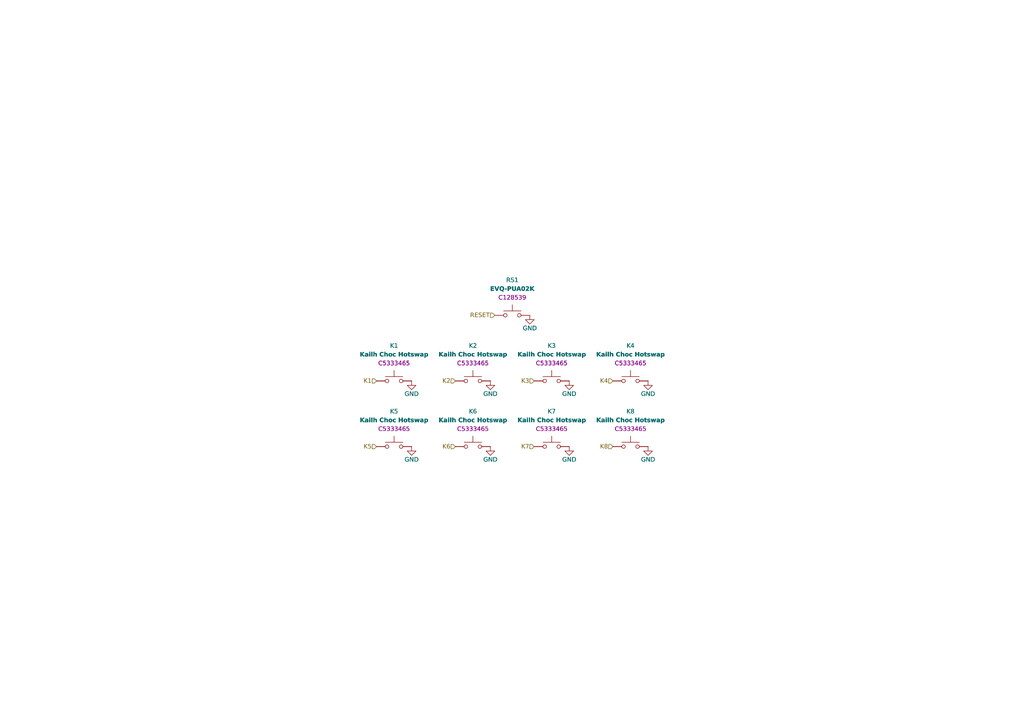
<source format=kicad_sch>
(kicad_sch
	(version 20231120)
	(generator "eeschema")
	(generator_version "8.0")
	(uuid "b0a32caa-9ce9-4357-8959-92c5af68a807")
	(paper "A4")
	(title_block
		(title "Artsey Ergo")
		(date "2024-12-07")
		(rev "v1.0.0")
		(company "TMShader")
		(comment 9 "Artsey Ergo")
	)
	(lib_symbols
		(symbol "Switch:SW_Push"
			(pin_numbers hide)
			(pin_names
				(offset 1.016) hide)
			(exclude_from_sim no)
			(in_bom yes)
			(on_board yes)
			(property "Reference" "SW"
				(at 1.27 2.54 0)
				(effects
					(font
						(size 1.27 1.27)
					)
					(justify left)
				)
			)
			(property "Value" "SW_Push"
				(at 0 -1.524 0)
				(effects
					(font
						(size 1.27 1.27)
					)
				)
			)
			(property "Footprint" ""
				(at 0 5.08 0)
				(effects
					(font
						(size 1.27 1.27)
					)
					(hide yes)
				)
			)
			(property "Datasheet" "~"
				(at 0 5.08 0)
				(effects
					(font
						(size 1.27 1.27)
					)
					(hide yes)
				)
			)
			(property "Description" "Push button switch, generic, two pins"
				(at 0 0 0)
				(effects
					(font
						(size 1.27 1.27)
					)
					(hide yes)
				)
			)
			(property "ki_keywords" "switch normally-open pushbutton push-button"
				(at 0 0 0)
				(effects
					(font
						(size 1.27 1.27)
					)
					(hide yes)
				)
			)
			(symbol "SW_Push_0_1"
				(circle
					(center -2.032 0)
					(radius 0.508)
					(stroke
						(width 0)
						(type default)
					)
					(fill
						(type none)
					)
				)
				(polyline
					(pts
						(xy 0 1.27) (xy 0 3.048)
					)
					(stroke
						(width 0)
						(type default)
					)
					(fill
						(type none)
					)
				)
				(polyline
					(pts
						(xy 2.54 1.27) (xy -2.54 1.27)
					)
					(stroke
						(width 0)
						(type default)
					)
					(fill
						(type none)
					)
				)
				(circle
					(center 2.032 0)
					(radius 0.508)
					(stroke
						(width 0)
						(type default)
					)
					(fill
						(type none)
					)
				)
				(pin passive line
					(at -5.08 0 0)
					(length 2.54)
					(name "1"
						(effects
							(font
								(size 1.27 1.27)
							)
						)
					)
					(number "1"
						(effects
							(font
								(size 1.27 1.27)
							)
						)
					)
				)
				(pin passive line
					(at 5.08 0 180)
					(length 2.54)
					(name "2"
						(effects
							(font
								(size 1.27 1.27)
							)
						)
					)
					(number "2"
						(effects
							(font
								(size 1.27 1.27)
							)
						)
					)
				)
			)
		)
		(symbol "power:GND"
			(power)
			(pin_numbers hide)
			(pin_names
				(offset 0) hide)
			(exclude_from_sim no)
			(in_bom yes)
			(on_board yes)
			(property "Reference" "#PWR"
				(at 0 -6.35 0)
				(effects
					(font
						(size 1.27 1.27)
					)
					(hide yes)
				)
			)
			(property "Value" "GND"
				(at 0 -3.81 0)
				(effects
					(font
						(size 1.27 1.27)
					)
				)
			)
			(property "Footprint" ""
				(at 0 0 0)
				(effects
					(font
						(size 1.27 1.27)
					)
					(hide yes)
				)
			)
			(property "Datasheet" ""
				(at 0 0 0)
				(effects
					(font
						(size 1.27 1.27)
					)
					(hide yes)
				)
			)
			(property "Description" "Power symbol creates a global label with name \"GND\" , ground"
				(at 0 0 0)
				(effects
					(font
						(size 1.27 1.27)
					)
					(hide yes)
				)
			)
			(property "ki_keywords" "global power"
				(at 0 0 0)
				(effects
					(font
						(size 1.27 1.27)
					)
					(hide yes)
				)
			)
			(symbol "GND_0_1"
				(polyline
					(pts
						(xy 0 0) (xy 0 -1.27) (xy 1.27 -1.27) (xy 0 -2.54) (xy -1.27 -1.27) (xy 0 -1.27)
					)
					(stroke
						(width 0)
						(type default)
					)
					(fill
						(type none)
					)
				)
			)
			(symbol "GND_1_1"
				(pin power_in line
					(at 0 0 270)
					(length 0)
					(name "~"
						(effects
							(font
								(size 1.27 1.27)
							)
						)
					)
					(number "1"
						(effects
							(font
								(size 1.27 1.27)
							)
						)
					)
				)
			)
		)
	)
	(text "${SHEETNAME}\n"
		(exclude_from_sim no)
		(at 19.05 25.4 0)
		(effects
			(font
				(face "Lexend")
				(size 8 8)
				(thickness 1.6256)
				(bold yes)
			)
			(justify left top)
		)
		(uuid "08ae3c18-949a-4ebe-aa08-95a2ab2a76ce")
	)
	(hierarchical_label "K6"
		(shape input)
		(at 132.08 129.54 180)
		(fields_autoplaced yes)
		(effects
			(font
				(face "Lexend")
				(size 1.27 1.27)
			)
			(justify right)
		)
		(uuid "09762036-8481-4d0f-ae91-c4fc025fc0f0")
	)
	(hierarchical_label "RESET"
		(shape input)
		(at 143.51 91.44 180)
		(fields_autoplaced yes)
		(effects
			(font
				(face "Lexend")
				(size 1.27 1.27)
			)
			(justify right)
		)
		(uuid "24752073-d9b1-4fa4-8300-b6ea4b005f11")
	)
	(hierarchical_label "K2"
		(shape input)
		(at 132.08 110.49 180)
		(fields_autoplaced yes)
		(effects
			(font
				(face "Lexend")
				(size 1.27 1.27)
			)
			(justify right)
		)
		(uuid "255b586f-dea3-40c0-b9f6-ae78f560901b")
	)
	(hierarchical_label "K3"
		(shape input)
		(at 154.94 110.49 180)
		(fields_autoplaced yes)
		(effects
			(font
				(face "Lexend")
				(size 1.27 1.27)
			)
			(justify right)
		)
		(uuid "31f4e4bc-2880-4295-b424-5ed28baa41c8")
	)
	(hierarchical_label "K1"
		(shape input)
		(at 109.22 110.49 180)
		(fields_autoplaced yes)
		(effects
			(font
				(face "Lexend")
				(size 1.27 1.27)
			)
			(justify right)
		)
		(uuid "32c11ed1-1595-45c7-95b2-78ba83be35cd")
	)
	(hierarchical_label "K7"
		(shape input)
		(at 154.94 129.54 180)
		(fields_autoplaced yes)
		(effects
			(font
				(face "Lexend")
				(size 1.27 1.27)
			)
			(justify right)
		)
		(uuid "6d5982a5-79c6-4969-959b-72b79e77f781")
	)
	(hierarchical_label "K5"
		(shape input)
		(at 109.22 129.54 180)
		(fields_autoplaced yes)
		(effects
			(font
				(face "Lexend")
				(size 1.27 1.27)
			)
			(justify right)
		)
		(uuid "73ad78da-a864-4e36-ac57-09341418f655")
	)
	(hierarchical_label "K4"
		(shape input)
		(at 177.8 110.49 180)
		(fields_autoplaced yes)
		(effects
			(font
				(face "Lexend")
				(size 1.27 1.27)
			)
			(justify right)
		)
		(uuid "ae1505cd-2add-4f79-a876-9787967a7458")
	)
	(hierarchical_label "K8"
		(shape input)
		(at 177.8 129.54 180)
		(fields_autoplaced yes)
		(effects
			(font
				(face "Lexend")
				(size 1.27 1.27)
			)
			(justify right)
		)
		(uuid "f000731b-1f12-495c-ad45-c154dc093f45")
	)
	(symbol
		(lib_id "power:GND")
		(at 153.67 91.44 0)
		(unit 1)
		(exclude_from_sim no)
		(in_bom yes)
		(on_board yes)
		(dnp no)
		(uuid "01b8d769-0ca1-473b-a255-8bb8da7ef46b")
		(property "Reference" "#PWR014"
			(at 153.67 97.79 0)
			(effects
				(font
					(size 1.27 1.27)
				)
				(hide yes)
			)
		)
		(property "Value" "GND"
			(at 153.67 95.25 0)
			(effects
				(font
					(face "Lexend")
					(size 1.27 1.27)
				)
			)
		)
		(property "Footprint" ""
			(at 153.67 91.44 0)
			(effects
				(font
					(size 1.27 1.27)
				)
				(hide yes)
			)
		)
		(property "Datasheet" ""
			(at 153.67 91.44 0)
			(effects
				(font
					(size 1.27 1.27)
				)
				(hide yes)
			)
		)
		(property "Description" "Power symbol creates a global label with name \"GND\" , ground"
			(at 153.67 91.44 0)
			(effects
				(font
					(size 1.27 1.27)
				)
				(hide yes)
			)
		)
		(pin "1"
			(uuid "ba10a9d2-2eb0-4807-ac82-02fe1026b9b1")
		)
		(instances
			(project "artsey_ergo"
				(path "/b0cc1372-dd77-4c7b-80f4-446de8540008/24081743-b7db-4273-9c5a-be72845f7f51/ee543acd-84c4-48b0-9de4-fe263104bc88"
					(reference "#PWR014")
					(unit 1)
				)
			)
		)
	)
	(symbol
		(lib_id "Switch:SW_Push")
		(at 182.88 129.54 0)
		(unit 1)
		(exclude_from_sim no)
		(in_bom yes)
		(on_board yes)
		(dnp no)
		(uuid "11660465-2a5c-49bd-a877-589a047ab99f")
		(property "Reference" "K8"
			(at 182.88 119.38 0)
			(effects
				(font
					(face "Lexend")
					(size 1.27 1.27)
				)
			)
		)
		(property "Value" "Kailh Choc Hotswap"
			(at 182.88 121.92 0)
			(effects
				(font
					(face "Lexend")
					(size 1.27 1.27)
					(thickness 0.254)
					(bold yes)
				)
			)
		)
		(property "Footprint" "Artsey_Ergo:switch_choc_v1_v2"
			(at 182.88 124.46 0)
			(effects
				(font
					(size 1.27 1.27)
				)
				(hide yes)
			)
		)
		(property "Datasheet" "~"
			(at 182.88 124.46 0)
			(effects
				(font
					(size 1.27 1.27)
				)
				(hide yes)
			)
		)
		(property "Description" "Push button switch, generic, two pins"
			(at 182.88 129.54 0)
			(effects
				(font
					(size 1.27 1.27)
				)
				(hide yes)
			)
		)
		(property "LCSC" "C5333465"
			(at 182.88 124.46 0)
			(effects
				(font
					(face "Lexend")
					(size 1.27 1.27)
				)
			)
		)
		(pin "2"
			(uuid "146e583a-6add-4a2e-b251-1bad4bc3602d")
		)
		(pin "1"
			(uuid "6e274ffd-e2ee-416f-81af-1d6ed015dea3")
		)
		(instances
			(project "artsey_ergo"
				(path "/b0cc1372-dd77-4c7b-80f4-446de8540008/24081743-b7db-4273-9c5a-be72845f7f51/ee543acd-84c4-48b0-9de4-fe263104bc88"
					(reference "K8")
					(unit 1)
				)
			)
		)
	)
	(symbol
		(lib_id "Switch:SW_Push")
		(at 114.3 129.54 0)
		(unit 1)
		(exclude_from_sim no)
		(in_bom yes)
		(on_board yes)
		(dnp no)
		(uuid "2805dc91-0611-464a-bdae-bd366fec79a2")
		(property "Reference" "K5"
			(at 114.3 119.38 0)
			(effects
				(font
					(face "Lexend")
					(size 1.27 1.27)
				)
			)
		)
		(property "Value" "Kailh Choc Hotswap"
			(at 114.3 121.92 0)
			(effects
				(font
					(face "Lexend")
					(size 1.27 1.27)
					(thickness 0.254)
					(bold yes)
				)
			)
		)
		(property "Footprint" "Artsey_Ergo:switch_choc_v1_v2"
			(at 114.3 124.46 0)
			(effects
				(font
					(size 1.27 1.27)
				)
				(hide yes)
			)
		)
		(property "Datasheet" "~"
			(at 114.3 124.46 0)
			(effects
				(font
					(size 1.27 1.27)
				)
				(hide yes)
			)
		)
		(property "Description" "Push button switch, generic, two pins"
			(at 114.3 129.54 0)
			(effects
				(font
					(size 1.27 1.27)
				)
				(hide yes)
			)
		)
		(property "LCSC" "C5333465"
			(at 114.3 124.46 0)
			(effects
				(font
					(face "Lexend")
					(size 1.27 1.27)
				)
			)
		)
		(pin "2"
			(uuid "1dc7b5eb-5391-46b5-b48e-45aba0aa8cca")
		)
		(pin "1"
			(uuid "ae07f9f8-d63a-4432-aca8-00d3816f24b8")
		)
		(instances
			(project "artsey_ergo"
				(path "/b0cc1372-dd77-4c7b-80f4-446de8540008/24081743-b7db-4273-9c5a-be72845f7f51/ee543acd-84c4-48b0-9de4-fe263104bc88"
					(reference "K5")
					(unit 1)
				)
			)
		)
	)
	(symbol
		(lib_id "Switch:SW_Push")
		(at 160.02 129.54 0)
		(unit 1)
		(exclude_from_sim no)
		(in_bom yes)
		(on_board yes)
		(dnp no)
		(uuid "2dd55922-79d2-4683-9d82-0f79891cbd94")
		(property "Reference" "K7"
			(at 160.02 119.38 0)
			(effects
				(font
					(face "Lexend")
					(size 1.27 1.27)
				)
			)
		)
		(property "Value" "Kailh Choc Hotswap"
			(at 160.02 121.92 0)
			(effects
				(font
					(face "Lexend")
					(size 1.27 1.27)
					(thickness 0.254)
					(bold yes)
				)
			)
		)
		(property "Footprint" "Artsey_Ergo:switch_choc_v1_v2"
			(at 160.02 124.46 0)
			(effects
				(font
					(size 1.27 1.27)
				)
				(hide yes)
			)
		)
		(property "Datasheet" "~"
			(at 160.02 124.46 0)
			(effects
				(font
					(size 1.27 1.27)
				)
				(hide yes)
			)
		)
		(property "Description" "Push button switch, generic, two pins"
			(at 160.02 129.54 0)
			(effects
				(font
					(size 1.27 1.27)
				)
				(hide yes)
			)
		)
		(property "LCSC" "C5333465"
			(at 160.02 124.46 0)
			(effects
				(font
					(face "Lexend")
					(size 1.27 1.27)
				)
			)
		)
		(pin "2"
			(uuid "f55e2cea-2023-4b76-b145-11c7ece27fa6")
		)
		(pin "1"
			(uuid "c4aea786-7e60-4c2b-abb7-f6ae112797c1")
		)
		(instances
			(project "artsey_ergo"
				(path "/b0cc1372-dd77-4c7b-80f4-446de8540008/24081743-b7db-4273-9c5a-be72845f7f51/ee543acd-84c4-48b0-9de4-fe263104bc88"
					(reference "K7")
					(unit 1)
				)
			)
		)
	)
	(symbol
		(lib_id "power:GND")
		(at 142.24 129.54 0)
		(unit 1)
		(exclude_from_sim no)
		(in_bom yes)
		(on_board yes)
		(dnp no)
		(uuid "3f58aea0-a218-42d9-b407-03e6a9f0a987")
		(property "Reference" "#PWR07"
			(at 142.24 135.89 0)
			(effects
				(font
					(size 1.27 1.27)
				)
				(hide yes)
			)
		)
		(property "Value" "GND"
			(at 142.24 133.35 0)
			(effects
				(font
					(face "Lexend")
					(size 1.27 1.27)
				)
			)
		)
		(property "Footprint" ""
			(at 142.24 129.54 0)
			(effects
				(font
					(size 1.27 1.27)
				)
				(hide yes)
			)
		)
		(property "Datasheet" ""
			(at 142.24 129.54 0)
			(effects
				(font
					(size 1.27 1.27)
				)
				(hide yes)
			)
		)
		(property "Description" "Power symbol creates a global label with name \"GND\" , ground"
			(at 142.24 129.54 0)
			(effects
				(font
					(size 1.27 1.27)
				)
				(hide yes)
			)
		)
		(pin "1"
			(uuid "94b5cf57-6efd-48aa-aa27-0e798f203529")
		)
		(instances
			(project "artsey_ergo"
				(path "/b0cc1372-dd77-4c7b-80f4-446de8540008/24081743-b7db-4273-9c5a-be72845f7f51/ee543acd-84c4-48b0-9de4-fe263104bc88"
					(reference "#PWR07")
					(unit 1)
				)
			)
		)
	)
	(symbol
		(lib_id "Switch:SW_Push")
		(at 148.59 91.44 0)
		(unit 1)
		(exclude_from_sim no)
		(in_bom yes)
		(on_board yes)
		(dnp no)
		(uuid "48e4a0a8-832b-4ece-be00-0b512a84dfa0")
		(property "Reference" "RS1"
			(at 148.59 81.28 0)
			(effects
				(font
					(face "Lexend")
					(size 1.27 1.27)
				)
			)
		)
		(property "Value" "EVQ-PUA02K"
			(at 148.59 83.82 0)
			(effects
				(font
					(face "Lexend")
					(size 1.27 1.27)
					(thickness 0.254)
					(bold yes)
				)
			)
		)
		(property "Footprint" "Artsey_Ergo:reset_switch_smd_side"
			(at 148.59 86.36 0)
			(effects
				(font
					(size 1.27 1.27)
				)
				(hide yes)
			)
		)
		(property "Datasheet" "~"
			(at 148.59 86.36 0)
			(effects
				(font
					(size 1.27 1.27)
				)
				(hide yes)
			)
		)
		(property "Description" "Push button switch, generic, two pins"
			(at 148.59 91.44 0)
			(effects
				(font
					(size 1.27 1.27)
				)
				(hide yes)
			)
		)
		(property "LCSC" "C128539"
			(at 148.59 86.36 0)
			(effects
				(font
					(face "Lexend")
					(size 1.27 1.27)
				)
			)
		)
		(pin "2"
			(uuid "e94d9fbc-c533-4182-a5d2-5c8cd355e324")
		)
		(pin "1"
			(uuid "e7a8c5d7-df5b-48b3-be5a-1eff38dbd864")
		)
		(instances
			(project "artsey_ergo"
				(path "/b0cc1372-dd77-4c7b-80f4-446de8540008/24081743-b7db-4273-9c5a-be72845f7f51/ee543acd-84c4-48b0-9de4-fe263104bc88"
					(reference "RS1")
					(unit 1)
				)
			)
		)
	)
	(symbol
		(lib_id "Switch:SW_Push")
		(at 137.16 110.49 0)
		(unit 1)
		(exclude_from_sim no)
		(in_bom yes)
		(on_board yes)
		(dnp no)
		(uuid "771c5502-834c-4faa-becc-e5b71b589349")
		(property "Reference" "K2"
			(at 137.16 100.33 0)
			(effects
				(font
					(face "Lexend")
					(size 1.27 1.27)
				)
			)
		)
		(property "Value" "Kailh Choc Hotswap"
			(at 137.16 102.87 0)
			(effects
				(font
					(face "Lexend")
					(size 1.27 1.27)
					(thickness 0.254)
					(bold yes)
				)
			)
		)
		(property "Footprint" "Artsey_Ergo:switch_choc_v1_v2"
			(at 137.16 105.41 0)
			(effects
				(font
					(size 1.27 1.27)
				)
				(hide yes)
			)
		)
		(property "Datasheet" "~"
			(at 137.16 105.41 0)
			(effects
				(font
					(size 1.27 1.27)
				)
				(hide yes)
			)
		)
		(property "Description" "Push button switch, generic, two pins"
			(at 137.16 110.49 0)
			(effects
				(font
					(size 1.27 1.27)
				)
				(hide yes)
			)
		)
		(property "LCSC" "C5333465"
			(at 137.16 105.41 0)
			(effects
				(font
					(face "Lexend")
					(size 1.27 1.27)
				)
			)
		)
		(pin "2"
			(uuid "25dad60e-efde-4f15-99e3-d9805d746d2d")
		)
		(pin "1"
			(uuid "06424d45-7097-41e7-a5cb-02e379708892")
		)
		(instances
			(project "artsey_ergo"
				(path "/b0cc1372-dd77-4c7b-80f4-446de8540008/24081743-b7db-4273-9c5a-be72845f7f51/ee543acd-84c4-48b0-9de4-fe263104bc88"
					(reference "K2")
					(unit 1)
				)
			)
		)
	)
	(symbol
		(lib_id "Switch:SW_Push")
		(at 182.88 110.49 0)
		(unit 1)
		(exclude_from_sim no)
		(in_bom yes)
		(on_board yes)
		(dnp no)
		(uuid "90c6c15d-f60f-4281-ab33-de1cc7b11501")
		(property "Reference" "K4"
			(at 182.88 100.33 0)
			(effects
				(font
					(face "Lexend")
					(size 1.27 1.27)
				)
			)
		)
		(property "Value" "Kailh Choc Hotswap"
			(at 182.88 102.87 0)
			(effects
				(font
					(face "Lexend")
					(size 1.27 1.27)
					(thickness 0.254)
					(bold yes)
				)
			)
		)
		(property "Footprint" "Artsey_Ergo:switch_choc_v1_v2"
			(at 182.88 105.41 0)
			(effects
				(font
					(size 1.27 1.27)
				)
				(hide yes)
			)
		)
		(property "Datasheet" "~"
			(at 182.88 105.41 0)
			(effects
				(font
					(size 1.27 1.27)
				)
				(hide yes)
			)
		)
		(property "Description" "Push button switch, generic, two pins"
			(at 182.88 110.49 0)
			(effects
				(font
					(size 1.27 1.27)
				)
				(hide yes)
			)
		)
		(property "LCSC" "C5333465"
			(at 182.88 105.41 0)
			(effects
				(font
					(face "Lexend")
					(size 1.27 1.27)
				)
			)
		)
		(pin "2"
			(uuid "67d05e96-8046-4b89-9793-d5060808f7a4")
		)
		(pin "1"
			(uuid "0d7a7221-4cf0-4fdc-a06b-9f52d8823d3f")
		)
		(instances
			(project "artsey_ergo"
				(path "/b0cc1372-dd77-4c7b-80f4-446de8540008/24081743-b7db-4273-9c5a-be72845f7f51/ee543acd-84c4-48b0-9de4-fe263104bc88"
					(reference "K4")
					(unit 1)
				)
			)
		)
	)
	(symbol
		(lib_id "Switch:SW_Push")
		(at 160.02 110.49 0)
		(unit 1)
		(exclude_from_sim no)
		(in_bom yes)
		(on_board yes)
		(dnp no)
		(uuid "a3fcf47f-6110-42c7-84a7-8de1f2c01c86")
		(property "Reference" "K3"
			(at 160.02 100.33 0)
			(effects
				(font
					(face "Lexend")
					(size 1.27 1.27)
				)
			)
		)
		(property "Value" "Kailh Choc Hotswap"
			(at 160.02 102.87 0)
			(effects
				(font
					(face "Lexend")
					(size 1.27 1.27)
					(thickness 0.254)
					(bold yes)
				)
			)
		)
		(property "Footprint" "Artsey_Ergo:switch_choc_v1_v2"
			(at 160.02 105.41 0)
			(effects
				(font
					(size 1.27 1.27)
				)
				(hide yes)
			)
		)
		(property "Datasheet" "~"
			(at 160.02 105.41 0)
			(effects
				(font
					(size 1.27 1.27)
				)
				(hide yes)
			)
		)
		(property "Description" "Push button switch, generic, two pins"
			(at 160.02 110.49 0)
			(effects
				(font
					(size 1.27 1.27)
				)
				(hide yes)
			)
		)
		(property "LCSC" "C5333465"
			(at 160.02 105.41 0)
			(effects
				(font
					(face "Lexend")
					(size 1.27 1.27)
				)
			)
		)
		(pin "2"
			(uuid "121315e8-860d-4244-8479-b578620f9bfc")
		)
		(pin "1"
			(uuid "29fe9041-1105-4570-ad34-bfd1f08d8090")
		)
		(instances
			(project "artsey_ergo"
				(path "/b0cc1372-dd77-4c7b-80f4-446de8540008/24081743-b7db-4273-9c5a-be72845f7f51/ee543acd-84c4-48b0-9de4-fe263104bc88"
					(reference "K3")
					(unit 1)
				)
			)
		)
	)
	(symbol
		(lib_id "power:GND")
		(at 142.24 110.49 0)
		(unit 1)
		(exclude_from_sim no)
		(in_bom yes)
		(on_board yes)
		(dnp no)
		(uuid "a85c80a1-f95c-4163-90d3-a806e47f8a57")
		(property "Reference" "#PWR03"
			(at 142.24 116.84 0)
			(effects
				(font
					(size 1.27 1.27)
				)
				(hide yes)
			)
		)
		(property "Value" "GND"
			(at 142.24 114.3 0)
			(effects
				(font
					(face "Lexend")
					(size 1.27 1.27)
				)
			)
		)
		(property "Footprint" ""
			(at 142.24 110.49 0)
			(effects
				(font
					(size 1.27 1.27)
				)
				(hide yes)
			)
		)
		(property "Datasheet" ""
			(at 142.24 110.49 0)
			(effects
				(font
					(size 1.27 1.27)
				)
				(hide yes)
			)
		)
		(property "Description" "Power symbol creates a global label with name \"GND\" , ground"
			(at 142.24 110.49 0)
			(effects
				(font
					(size 1.27 1.27)
				)
				(hide yes)
			)
		)
		(pin "1"
			(uuid "8db57640-dc1c-4e14-a603-3df2d05588d5")
		)
		(instances
			(project "artsey_ergo"
				(path "/b0cc1372-dd77-4c7b-80f4-446de8540008/24081743-b7db-4273-9c5a-be72845f7f51/ee543acd-84c4-48b0-9de4-fe263104bc88"
					(reference "#PWR03")
					(unit 1)
				)
			)
		)
	)
	(symbol
		(lib_id "power:GND")
		(at 165.1 110.49 0)
		(unit 1)
		(exclude_from_sim no)
		(in_bom yes)
		(on_board yes)
		(dnp no)
		(uuid "b232cbba-7e1d-4a2a-b24e-74830bb684fe")
		(property "Reference" "#PWR04"
			(at 165.1 116.84 0)
			(effects
				(font
					(size 1.27 1.27)
				)
				(hide yes)
			)
		)
		(property "Value" "GND"
			(at 165.1 114.3 0)
			(effects
				(font
					(face "Lexend")
					(size 1.27 1.27)
				)
			)
		)
		(property "Footprint" ""
			(at 165.1 110.49 0)
			(effects
				(font
					(size 1.27 1.27)
				)
				(hide yes)
			)
		)
		(property "Datasheet" ""
			(at 165.1 110.49 0)
			(effects
				(font
					(size 1.27 1.27)
				)
				(hide yes)
			)
		)
		(property "Description" "Power symbol creates a global label with name \"GND\" , ground"
			(at 165.1 110.49 0)
			(effects
				(font
					(size 1.27 1.27)
				)
				(hide yes)
			)
		)
		(pin "1"
			(uuid "dde3721f-95b3-47bb-a0c4-f0f5ddc522b6")
		)
		(instances
			(project "artsey_ergo"
				(path "/b0cc1372-dd77-4c7b-80f4-446de8540008/24081743-b7db-4273-9c5a-be72845f7f51/ee543acd-84c4-48b0-9de4-fe263104bc88"
					(reference "#PWR04")
					(unit 1)
				)
			)
		)
	)
	(symbol
		(lib_id "power:GND")
		(at 119.38 129.54 0)
		(unit 1)
		(exclude_from_sim no)
		(in_bom yes)
		(on_board yes)
		(dnp no)
		(uuid "c8273d4b-8be2-4f3e-9fef-900d1c306736")
		(property "Reference" "#PWR06"
			(at 119.38 135.89 0)
			(effects
				(font
					(size 1.27 1.27)
				)
				(hide yes)
			)
		)
		(property "Value" "GND"
			(at 119.38 133.35 0)
			(effects
				(font
					(face "Lexend")
					(size 1.27 1.27)
				)
			)
		)
		(property "Footprint" ""
			(at 119.38 129.54 0)
			(effects
				(font
					(size 1.27 1.27)
				)
				(hide yes)
			)
		)
		(property "Datasheet" ""
			(at 119.38 129.54 0)
			(effects
				(font
					(size 1.27 1.27)
				)
				(hide yes)
			)
		)
		(property "Description" "Power symbol creates a global label with name \"GND\" , ground"
			(at 119.38 129.54 0)
			(effects
				(font
					(size 1.27 1.27)
				)
				(hide yes)
			)
		)
		(pin "1"
			(uuid "8f2b47e5-65dc-4b14-981d-fc54ea3dcc76")
		)
		(instances
			(project "artsey_ergo"
				(path "/b0cc1372-dd77-4c7b-80f4-446de8540008/24081743-b7db-4273-9c5a-be72845f7f51/ee543acd-84c4-48b0-9de4-fe263104bc88"
					(reference "#PWR06")
					(unit 1)
				)
			)
		)
	)
	(symbol
		(lib_id "Switch:SW_Push")
		(at 137.16 129.54 0)
		(unit 1)
		(exclude_from_sim no)
		(in_bom yes)
		(on_board yes)
		(dnp no)
		(uuid "ca951f3d-836d-4c44-bbf5-fddb193702af")
		(property "Reference" "K6"
			(at 137.16 119.38 0)
			(effects
				(font
					(face "Lexend")
					(size 1.27 1.27)
				)
			)
		)
		(property "Value" "Kailh Choc Hotswap"
			(at 137.16 121.92 0)
			(effects
				(font
					(face "Lexend")
					(size 1.27 1.27)
					(thickness 0.254)
					(bold yes)
				)
			)
		)
		(property "Footprint" "Artsey_Ergo:switch_choc_v1_v2"
			(at 137.16 124.46 0)
			(effects
				(font
					(size 1.27 1.27)
				)
				(hide yes)
			)
		)
		(property "Datasheet" "~"
			(at 137.16 124.46 0)
			(effects
				(font
					(size 1.27 1.27)
				)
				(hide yes)
			)
		)
		(property "Description" "Push button switch, generic, two pins"
			(at 137.16 129.54 0)
			(effects
				(font
					(size 1.27 1.27)
				)
				(hide yes)
			)
		)
		(property "LCSC" "C5333465"
			(at 137.16 124.46 0)
			(effects
				(font
					(face "Lexend")
					(size 1.27 1.27)
				)
			)
		)
		(pin "2"
			(uuid "d9e2f47e-d902-4070-8e0f-30a1f1e5d5a1")
		)
		(pin "1"
			(uuid "47d8ae3b-4cc4-464c-b243-a280f69af4b9")
		)
		(instances
			(project "artsey_ergo"
				(path "/b0cc1372-dd77-4c7b-80f4-446de8540008/24081743-b7db-4273-9c5a-be72845f7f51/ee543acd-84c4-48b0-9de4-fe263104bc88"
					(reference "K6")
					(unit 1)
				)
			)
		)
	)
	(symbol
		(lib_id "power:GND")
		(at 187.96 129.54 0)
		(unit 1)
		(exclude_from_sim no)
		(in_bom yes)
		(on_board yes)
		(dnp no)
		(uuid "d08cac37-b2d2-49e8-a928-4039b8cdb9bf")
		(property "Reference" "#PWR09"
			(at 187.96 135.89 0)
			(effects
				(font
					(size 1.27 1.27)
				)
				(hide yes)
			)
		)
		(property "Value" "GND"
			(at 187.96 133.35 0)
			(effects
				(font
					(face "Lexend")
					(size 1.27 1.27)
				)
			)
		)
		(property "Footprint" ""
			(at 187.96 129.54 0)
			(effects
				(font
					(size 1.27 1.27)
				)
				(hide yes)
			)
		)
		(property "Datasheet" ""
			(at 187.96 129.54 0)
			(effects
				(font
					(size 1.27 1.27)
				)
				(hide yes)
			)
		)
		(property "Description" "Power symbol creates a global label with name \"GND\" , ground"
			(at 187.96 129.54 0)
			(effects
				(font
					(size 1.27 1.27)
				)
				(hide yes)
			)
		)
		(pin "1"
			(uuid "886569e8-b1d8-4a5e-aed8-e0f76f46906b")
		)
		(instances
			(project "artsey_ergo"
				(path "/b0cc1372-dd77-4c7b-80f4-446de8540008/24081743-b7db-4273-9c5a-be72845f7f51/ee543acd-84c4-48b0-9de4-fe263104bc88"
					(reference "#PWR09")
					(unit 1)
				)
			)
		)
	)
	(symbol
		(lib_id "Switch:SW_Push")
		(at 114.3 110.49 0)
		(unit 1)
		(exclude_from_sim no)
		(in_bom yes)
		(on_board yes)
		(dnp no)
		(uuid "d46bd3da-27ba-4a4e-a2d1-64a9fa4a775a")
		(property "Reference" "K1"
			(at 114.3 100.33 0)
			(effects
				(font
					(face "Lexend")
					(size 1.27 1.27)
				)
			)
		)
		(property "Value" "Kailh Choc Hotswap"
			(at 114.3 102.87 0)
			(effects
				(font
					(face "Lexend")
					(size 1.27 1.27)
					(thickness 0.254)
					(bold yes)
				)
			)
		)
		(property "Footprint" "Artsey_Ergo:switch_choc_v1_v2"
			(at 114.3 105.41 0)
			(effects
				(font
					(size 1.27 1.27)
				)
				(hide yes)
			)
		)
		(property "Datasheet" "~"
			(at 114.3 105.41 0)
			(effects
				(font
					(size 1.27 1.27)
				)
				(hide yes)
			)
		)
		(property "Description" "Push button switch, generic, two pins"
			(at 114.3 110.49 0)
			(effects
				(font
					(size 1.27 1.27)
				)
				(hide yes)
			)
		)
		(property "LCSC" "C5333465"
			(at 114.3 105.41 0)
			(effects
				(font
					(face "Lexend")
					(size 1.27 1.27)
				)
			)
		)
		(pin "2"
			(uuid "3c5fd04e-c6e8-4517-a9fc-126debcbc651")
		)
		(pin "1"
			(uuid "58693289-7fd1-427d-baa9-56ae4c1f946b")
		)
		(instances
			(project ""
				(path "/b0cc1372-dd77-4c7b-80f4-446de8540008/24081743-b7db-4273-9c5a-be72845f7f51/ee543acd-84c4-48b0-9de4-fe263104bc88"
					(reference "K1")
					(unit 1)
				)
			)
		)
	)
	(symbol
		(lib_id "power:GND")
		(at 119.38 110.49 0)
		(unit 1)
		(exclude_from_sim no)
		(in_bom yes)
		(on_board yes)
		(dnp no)
		(uuid "e52ba9c2-4f9b-4f5d-b828-59111c8d5d9d")
		(property "Reference" "#PWR02"
			(at 119.38 116.84 0)
			(effects
				(font
					(size 1.27 1.27)
				)
				(hide yes)
			)
		)
		(property "Value" "GND"
			(at 119.38 114.3 0)
			(effects
				(font
					(face "Lexend")
					(size 1.27 1.27)
				)
			)
		)
		(property "Footprint" ""
			(at 119.38 110.49 0)
			(effects
				(font
					(size 1.27 1.27)
				)
				(hide yes)
			)
		)
		(property "Datasheet" ""
			(at 119.38 110.49 0)
			(effects
				(font
					(size 1.27 1.27)
				)
				(hide yes)
			)
		)
		(property "Description" "Power symbol creates a global label with name \"GND\" , ground"
			(at 119.38 110.49 0)
			(effects
				(font
					(size 1.27 1.27)
				)
				(hide yes)
			)
		)
		(pin "1"
			(uuid "088eb244-dae0-4266-a198-c76779af4c41")
		)
		(instances
			(project "artsey_ergo"
				(path "/b0cc1372-dd77-4c7b-80f4-446de8540008/24081743-b7db-4273-9c5a-be72845f7f51/ee543acd-84c4-48b0-9de4-fe263104bc88"
					(reference "#PWR02")
					(unit 1)
				)
			)
		)
	)
	(symbol
		(lib_id "power:GND")
		(at 187.96 110.49 0)
		(unit 1)
		(exclude_from_sim no)
		(in_bom yes)
		(on_board yes)
		(dnp no)
		(uuid "e81b953d-6c4b-45a3-8838-293b586edabd")
		(property "Reference" "#PWR05"
			(at 187.96 116.84 0)
			(effects
				(font
					(size 1.27 1.27)
				)
				(hide yes)
			)
		)
		(property "Value" "GND"
			(at 187.96 114.3 0)
			(effects
				(font
					(face "Lexend")
					(size 1.27 1.27)
				)
			)
		)
		(property "Footprint" ""
			(at 187.96 110.49 0)
			(effects
				(font
					(size 1.27 1.27)
				)
				(hide yes)
			)
		)
		(property "Datasheet" ""
			(at 187.96 110.49 0)
			(effects
				(font
					(size 1.27 1.27)
				)
				(hide yes)
			)
		)
		(property "Description" "Power symbol creates a global label with name \"GND\" , ground"
			(at 187.96 110.49 0)
			(effects
				(font
					(size 1.27 1.27)
				)
				(hide yes)
			)
		)
		(pin "1"
			(uuid "922a3657-cc97-4c4d-953f-e07f909c3f60")
		)
		(instances
			(project "artsey_ergo"
				(path "/b0cc1372-dd77-4c7b-80f4-446de8540008/24081743-b7db-4273-9c5a-be72845f7f51/ee543acd-84c4-48b0-9de4-fe263104bc88"
					(reference "#PWR05")
					(unit 1)
				)
			)
		)
	)
	(symbol
		(lib_id "power:GND")
		(at 165.1 129.54 0)
		(unit 1)
		(exclude_from_sim no)
		(in_bom yes)
		(on_board yes)
		(dnp no)
		(uuid "fa8a0e9e-8cd2-4894-a451-34e4c180f714")
		(property "Reference" "#PWR08"
			(at 165.1 135.89 0)
			(effects
				(font
					(size 1.27 1.27)
				)
				(hide yes)
			)
		)
		(property "Value" "GND"
			(at 165.1 133.35 0)
			(effects
				(font
					(face "Lexend")
					(size 1.27 1.27)
				)
			)
		)
		(property "Footprint" ""
			(at 165.1 129.54 0)
			(effects
				(font
					(size 1.27 1.27)
				)
				(hide yes)
			)
		)
		(property "Datasheet" ""
			(at 165.1 129.54 0)
			(effects
				(font
					(size 1.27 1.27)
				)
				(hide yes)
			)
		)
		(property "Description" "Power symbol creates a global label with name \"GND\" , ground"
			(at 165.1 129.54 0)
			(effects
				(font
					(size 1.27 1.27)
				)
				(hide yes)
			)
		)
		(pin "1"
			(uuid "1b342dbb-3f99-4f6a-9bb9-facae110a5f5")
		)
		(instances
			(project "artsey_ergo"
				(path "/b0cc1372-dd77-4c7b-80f4-446de8540008/24081743-b7db-4273-9c5a-be72845f7f51/ee543acd-84c4-48b0-9de4-fe263104bc88"
					(reference "#PWR08")
					(unit 1)
				)
			)
		)
	)
)

</source>
